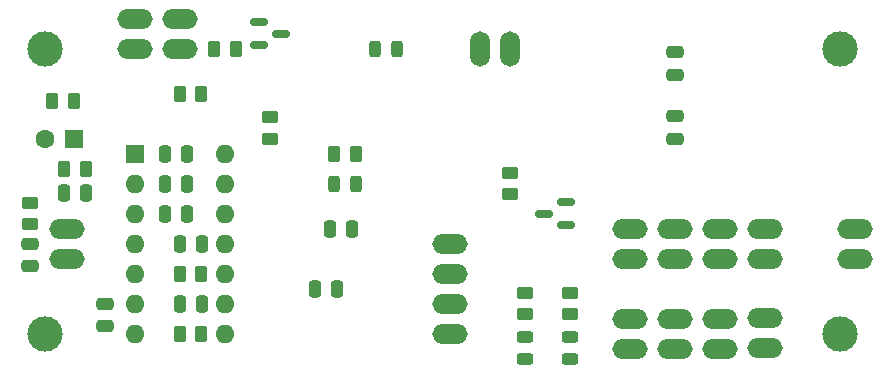
<source format=gbr>
G04 #@! TF.GenerationSoftware,KiCad,Pcbnew,7.0.2-6a45011f42~172~ubuntu22.04.1*
G04 #@! TF.CreationDate,2023-04-28T22:36:37-05:00*
G04 #@! TF.ProjectId,laser,6c617365-722e-46b6-9963-61645f706362,rev?*
G04 #@! TF.SameCoordinates,PXc1c960PY791ddc0*
G04 #@! TF.FileFunction,Soldermask,Bot*
G04 #@! TF.FilePolarity,Negative*
%FSLAX46Y46*%
G04 Gerber Fmt 4.6, Leading zero omitted, Abs format (unit mm)*
G04 Created by KiCad (PCBNEW 7.0.2-6a45011f42~172~ubuntu22.04.1) date 2023-04-28 22:36:37*
%MOMM*%
%LPD*%
G01*
G04 APERTURE LIST*
G04 Aperture macros list*
%AMRoundRect*
0 Rectangle with rounded corners*
0 $1 Rounding radius*
0 $2 $3 $4 $5 $6 $7 $8 $9 X,Y pos of 4 corners*
0 Add a 4 corners polygon primitive as box body*
4,1,4,$2,$3,$4,$5,$6,$7,$8,$9,$2,$3,0*
0 Add four circle primitives for the rounded corners*
1,1,$1+$1,$2,$3*
1,1,$1+$1,$4,$5*
1,1,$1+$1,$6,$7*
1,1,$1+$1,$8,$9*
0 Add four rect primitives between the rounded corners*
20,1,$1+$1,$2,$3,$4,$5,0*
20,1,$1+$1,$4,$5,$6,$7,0*
20,1,$1+$1,$6,$7,$8,$9,0*
20,1,$1+$1,$8,$9,$2,$3,0*%
G04 Aperture macros list end*
%ADD10O,3.000000X1.700000*%
%ADD11R,1.600000X1.600000*%
%ADD12C,1.600000*%
%ADD13O,1.600000X1.600000*%
%ADD14C,3.000000*%
%ADD15O,1.700000X3.000000*%
%ADD16RoundRect,0.250000X0.250000X0.475000X-0.250000X0.475000X-0.250000X-0.475000X0.250000X-0.475000X0*%
%ADD17RoundRect,0.150000X0.587500X0.150000X-0.587500X0.150000X-0.587500X-0.150000X0.587500X-0.150000X0*%
%ADD18RoundRect,0.250000X0.262500X0.450000X-0.262500X0.450000X-0.262500X-0.450000X0.262500X-0.450000X0*%
%ADD19RoundRect,0.250000X-0.475000X0.250000X-0.475000X-0.250000X0.475000X-0.250000X0.475000X0.250000X0*%
%ADD20RoundRect,0.250000X-0.250000X-0.475000X0.250000X-0.475000X0.250000X0.475000X-0.250000X0.475000X0*%
%ADD21RoundRect,0.250000X0.450000X-0.262500X0.450000X0.262500X-0.450000X0.262500X-0.450000X-0.262500X0*%
%ADD22RoundRect,0.150000X-0.587500X-0.150000X0.587500X-0.150000X0.587500X0.150000X-0.587500X0.150000X0*%
%ADD23RoundRect,0.250000X-0.262500X-0.450000X0.262500X-0.450000X0.262500X0.450000X-0.262500X0.450000X0*%
%ADD24RoundRect,0.243750X-0.243750X-0.456250X0.243750X-0.456250X0.243750X0.456250X-0.243750X0.456250X0*%
%ADD25RoundRect,0.250000X-0.450000X0.262500X-0.450000X-0.262500X0.450000X-0.262500X0.450000X0.262500X0*%
%ADD26RoundRect,0.243750X0.456250X-0.243750X0.456250X0.243750X-0.456250X0.243750X-0.456250X-0.243750X0*%
%ADD27RoundRect,0.250000X0.475000X-0.250000X0.475000X0.250000X-0.475000X0.250000X-0.475000X-0.250000X0*%
G04 APERTURE END LIST*
D10*
X53346690Y5080000D03*
X53346690Y2540000D03*
X5715000Y10155000D03*
X5715000Y12695000D03*
X72390000Y10160000D03*
X72390000Y12700000D03*
D11*
X6310000Y20320000D03*
D12*
X3810000Y20320000D03*
D10*
X11430000Y27940000D03*
X11430000Y30480000D03*
X15240000Y27940000D03*
X15240000Y30480000D03*
D11*
X11430000Y19050000D03*
D13*
X11430000Y16510000D03*
X11430000Y13970000D03*
X11430000Y11430000D03*
X11430000Y8890000D03*
X11430000Y6350000D03*
X11430000Y3810000D03*
X19050000Y3810000D03*
X19050000Y6350000D03*
X19050000Y8890000D03*
X19050000Y11430000D03*
X19050000Y13970000D03*
X19050000Y16510000D03*
X19050000Y19050000D03*
D10*
X64770000Y5087566D03*
X64770000Y2547566D03*
X57156690Y5080000D03*
X57156690Y2540000D03*
X53346690Y12700000D03*
X53346690Y10160000D03*
D14*
X71120000Y27940000D03*
D10*
X64776690Y12700000D03*
X64776690Y10160000D03*
D14*
X3810000Y27940000D03*
D10*
X38100000Y11430000D03*
X38100000Y8890000D03*
X57156690Y12700000D03*
X57156690Y10160000D03*
X38100000Y6350000D03*
X38100000Y3810000D03*
X60966690Y5080000D03*
X60966690Y2540000D03*
D14*
X3810000Y3810000D03*
X71120000Y3810000D03*
D10*
X60966690Y12700000D03*
X60966690Y10160000D03*
D15*
X43180000Y27940000D03*
X40640000Y27940000D03*
D16*
X17140000Y11430000D03*
X15240000Y11430000D03*
D17*
X47934190Y14920000D03*
X47934190Y13020000D03*
X46059190Y13970000D03*
D18*
X7262500Y17780000D03*
X5437500Y17780000D03*
D19*
X57150000Y27620000D03*
X57150000Y25720000D03*
D20*
X27940000Y12700000D03*
X29840000Y12700000D03*
D18*
X17065000Y3810000D03*
X15240000Y3810000D03*
D21*
X22860000Y20320000D03*
X22860000Y22145000D03*
X2540000Y13057500D03*
X2540000Y14882500D03*
D20*
X13970000Y19050000D03*
X15870000Y19050000D03*
D22*
X21922500Y28260000D03*
X21922500Y30160000D03*
X23797500Y29210000D03*
D23*
X18137500Y27940000D03*
X19962500Y27940000D03*
D20*
X13970000Y13970000D03*
X15870000Y13970000D03*
D24*
X31750000Y27940000D03*
X33625000Y27940000D03*
D20*
X26670000Y7620000D03*
X28570000Y7620000D03*
D25*
X43180000Y17422500D03*
X43180000Y15597500D03*
D26*
X44456690Y1627500D03*
X44456690Y3502500D03*
D19*
X8890000Y6350000D03*
X8890000Y4450000D03*
D24*
X28272500Y16510000D03*
X30147500Y16510000D03*
D27*
X57150000Y20320000D03*
X57150000Y22220000D03*
D20*
X13970000Y16510000D03*
X15870000Y16510000D03*
D27*
X2540000Y9530000D03*
X2540000Y11430000D03*
D16*
X17140000Y6350000D03*
X15240000Y6350000D03*
D21*
X44456690Y5437500D03*
X44456690Y7262500D03*
D18*
X6270000Y23495000D03*
X4445000Y23495000D03*
X17065000Y8890000D03*
X15240000Y8890000D03*
D21*
X48266690Y5437500D03*
X48266690Y7262500D03*
D23*
X15240000Y24130000D03*
X17065000Y24130000D03*
D16*
X7300000Y15748000D03*
X5400000Y15748000D03*
D26*
X48266690Y1627500D03*
X48266690Y3502500D03*
D18*
X30122500Y19050000D03*
X28297500Y19050000D03*
M02*

</source>
